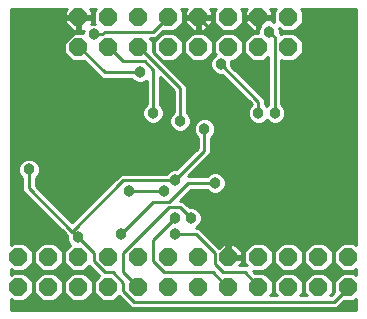
<source format=gbl>
G75*
%MOIN*%
%OFA0B0*%
%FSLAX25Y25*%
%IPPOS*%
%LPD*%
%AMOC8*
5,1,8,0,0,1.08239X$1,22.5*
%
%ADD10OC8,0.06000*%
%ADD11C,0.01000*%
%ADD12C,0.03800*%
D10*
X0146000Y0086000D03*
X0146000Y0096000D03*
X0156000Y0096000D03*
X0166000Y0096000D03*
X0166000Y0086000D03*
X0156000Y0086000D03*
X0176000Y0086000D03*
X0176000Y0096000D03*
X0186000Y0096000D03*
X0196000Y0096000D03*
X0196000Y0086000D03*
X0186000Y0086000D03*
X0206000Y0086000D03*
X0216000Y0086000D03*
X0216000Y0096000D03*
X0206000Y0096000D03*
X0226000Y0096000D03*
X0236000Y0096000D03*
X0236000Y0086000D03*
X0226000Y0086000D03*
X0246000Y0086000D03*
X0256000Y0086000D03*
X0256000Y0096000D03*
X0246000Y0096000D03*
X0236000Y0166000D03*
X0226000Y0166000D03*
X0226000Y0176000D03*
X0236000Y0176000D03*
X0216000Y0176000D03*
X0206000Y0176000D03*
X0206000Y0166000D03*
X0216000Y0166000D03*
X0196000Y0166000D03*
X0186000Y0166000D03*
X0186000Y0176000D03*
X0196000Y0176000D03*
X0176000Y0176000D03*
X0176000Y0166000D03*
X0166000Y0166000D03*
X0166000Y0176000D03*
D11*
X0143400Y0081953D02*
X0143400Y0078400D01*
X0258600Y0078400D01*
X0258600Y0081953D01*
X0257947Y0081300D01*
X0254511Y0081300D01*
X0252111Y0078900D01*
X0183689Y0078900D01*
X0182400Y0080189D01*
X0179618Y0082971D01*
X0177947Y0081300D01*
X0174053Y0081300D01*
X0171300Y0084053D01*
X0171300Y0087947D01*
X0172971Y0089618D01*
X0172500Y0090089D01*
X0169618Y0092971D01*
X0167947Y0091300D01*
X0164053Y0091300D01*
X0161300Y0094053D01*
X0161300Y0097947D01*
X0163331Y0099978D01*
X0162648Y0100661D01*
X0162100Y0101984D01*
X0162100Y0103189D01*
X0161700Y0103589D01*
X0147300Y0117989D01*
X0147300Y0122309D01*
X0146448Y0123161D01*
X0145900Y0124484D01*
X0145900Y0125916D01*
X0146448Y0127239D01*
X0147461Y0128252D01*
X0148784Y0128800D01*
X0150216Y0128800D01*
X0151539Y0128252D01*
X0152552Y0127239D01*
X0153100Y0125916D01*
X0153100Y0124484D01*
X0152552Y0123161D01*
X0151700Y0122309D01*
X0151700Y0119811D01*
X0163900Y0107611D01*
X0180089Y0123800D01*
X0195209Y0123800D01*
X0196061Y0124652D01*
X0197384Y0125200D01*
X0198589Y0125200D01*
X0205800Y0132411D01*
X0205800Y0135809D01*
X0204948Y0136661D01*
X0204400Y0137984D01*
X0204400Y0139416D01*
X0204948Y0140739D01*
X0205961Y0141752D01*
X0207284Y0142300D01*
X0208716Y0142300D01*
X0210039Y0141752D01*
X0211052Y0140739D01*
X0211600Y0139416D01*
X0211600Y0137984D01*
X0211052Y0136661D01*
X0210200Y0135809D01*
X0210200Y0130589D01*
X0202511Y0122900D01*
X0208709Y0122900D01*
X0209561Y0123752D01*
X0210884Y0124300D01*
X0212316Y0124300D01*
X0213639Y0123752D01*
X0214652Y0122739D01*
X0215200Y0121416D01*
X0215200Y0119984D01*
X0214652Y0118661D01*
X0213639Y0117648D01*
X0212316Y0117100D01*
X0210884Y0117100D01*
X0209561Y0117648D01*
X0208709Y0118500D01*
X0203511Y0118500D01*
X0199811Y0114800D01*
X0200811Y0114800D01*
X0202100Y0113511D01*
X0203011Y0112600D01*
X0204216Y0112600D01*
X0205539Y0112052D01*
X0206552Y0111039D01*
X0207100Y0109716D01*
X0207100Y0108284D01*
X0206552Y0106961D01*
X0205539Y0105948D01*
X0205182Y0105800D01*
X0206211Y0105800D01*
X0212511Y0099500D01*
X0212824Y0099188D01*
X0214136Y0100500D01*
X0215500Y0100500D01*
X0215500Y0096500D01*
X0216500Y0096500D01*
X0216500Y0100500D01*
X0217864Y0100500D01*
X0220500Y0097864D01*
X0220500Y0096500D01*
X0216500Y0096500D01*
X0216500Y0095500D01*
X0220500Y0095500D01*
X0220500Y0094136D01*
X0219564Y0093200D01*
X0222153Y0093200D01*
X0221300Y0094053D01*
X0221300Y0097947D01*
X0224053Y0100700D01*
X0227947Y0100700D01*
X0230700Y0097947D01*
X0230700Y0094053D01*
X0227947Y0091300D01*
X0224311Y0091300D01*
X0224911Y0090700D01*
X0227947Y0090700D01*
X0230700Y0087947D01*
X0230700Y0084053D01*
X0229947Y0083300D01*
X0232053Y0083300D01*
X0231300Y0084053D01*
X0231300Y0087947D01*
X0234053Y0090700D01*
X0237947Y0090700D01*
X0240700Y0087947D01*
X0240700Y0084053D01*
X0239947Y0083300D01*
X0242053Y0083300D01*
X0241300Y0084053D01*
X0241300Y0087947D01*
X0244053Y0090700D01*
X0247947Y0090700D01*
X0250700Y0087947D01*
X0250700Y0084053D01*
X0249947Y0083300D01*
X0250289Y0083300D01*
X0251300Y0084311D01*
X0251300Y0087947D01*
X0254053Y0090700D01*
X0257947Y0090700D01*
X0258600Y0090047D01*
X0258600Y0091953D01*
X0257947Y0091300D01*
X0254053Y0091300D01*
X0251300Y0094053D01*
X0251300Y0097947D01*
X0254053Y0100700D01*
X0257947Y0100700D01*
X0258600Y0100047D01*
X0258600Y0178600D01*
X0240047Y0178600D01*
X0240700Y0177947D01*
X0240700Y0174053D01*
X0237947Y0171300D01*
X0234053Y0171300D01*
X0232962Y0172392D01*
X0233200Y0171816D01*
X0233200Y0170611D01*
X0233582Y0170229D01*
X0234053Y0170700D01*
X0237947Y0170700D01*
X0240700Y0167947D01*
X0240700Y0164053D01*
X0237947Y0161300D01*
X0234053Y0161300D01*
X0233600Y0161753D01*
X0233600Y0146991D01*
X0234452Y0146139D01*
X0235000Y0144816D01*
X0235000Y0143384D01*
X0234452Y0142061D01*
X0233439Y0141048D01*
X0232116Y0140500D01*
X0230684Y0140500D01*
X0229361Y0141048D01*
X0228700Y0141709D01*
X0228039Y0141048D01*
X0226716Y0140500D01*
X0225284Y0140500D01*
X0223961Y0141048D01*
X0222948Y0142061D01*
X0222400Y0143384D01*
X0222400Y0144816D01*
X0222948Y0146139D01*
X0223699Y0146890D01*
X0213889Y0156700D01*
X0212684Y0156700D01*
X0211361Y0157248D01*
X0210348Y0158261D01*
X0209800Y0159584D01*
X0209800Y0161016D01*
X0210348Y0162339D01*
X0211361Y0163352D01*
X0211814Y0163540D01*
X0211300Y0164053D01*
X0211300Y0167947D01*
X0214053Y0170700D01*
X0217947Y0170700D01*
X0220700Y0167947D01*
X0220700Y0164053D01*
X0217947Y0161300D01*
X0216882Y0161300D01*
X0217000Y0161016D01*
X0217000Y0159811D01*
X0228200Y0148611D01*
X0228200Y0146991D01*
X0228700Y0146491D01*
X0229200Y0146991D01*
X0229200Y0162553D01*
X0227947Y0161300D01*
X0224053Y0161300D01*
X0221300Y0164053D01*
X0221300Y0167947D01*
X0224053Y0170700D01*
X0226000Y0170700D01*
X0226000Y0171816D01*
X0226500Y0173023D01*
X0226500Y0175500D01*
X0226500Y0176500D01*
X0230500Y0176500D01*
X0230500Y0177864D01*
X0229764Y0178600D01*
X0231953Y0178600D01*
X0231300Y0177947D01*
X0231300Y0174292D01*
X0230500Y0174624D01*
X0230500Y0175500D01*
X0226500Y0175500D01*
X0225500Y0175500D01*
X0225500Y0171500D01*
X0224136Y0171500D01*
X0221500Y0174136D01*
X0221500Y0175500D01*
X0225500Y0175500D01*
X0225500Y0176500D01*
X0221500Y0176500D01*
X0221500Y0177864D01*
X0222236Y0178600D01*
X0220047Y0178600D01*
X0220700Y0177947D01*
X0220700Y0174053D01*
X0217947Y0171300D01*
X0214053Y0171300D01*
X0211300Y0174053D01*
X0211300Y0177947D01*
X0211953Y0178600D01*
X0209764Y0178600D01*
X0210500Y0177864D01*
X0210500Y0176500D01*
X0206500Y0176500D01*
X0206500Y0175500D01*
X0210500Y0175500D01*
X0210500Y0174136D01*
X0207864Y0171500D01*
X0206500Y0171500D01*
X0206500Y0175500D01*
X0205500Y0175500D01*
X0205500Y0171500D01*
X0204136Y0171500D01*
X0201500Y0174136D01*
X0201500Y0175500D01*
X0205500Y0175500D01*
X0205500Y0176500D01*
X0201500Y0176500D01*
X0201500Y0177864D01*
X0202236Y0178600D01*
X0200047Y0178600D01*
X0200700Y0177947D01*
X0200700Y0174053D01*
X0197947Y0171300D01*
X0194211Y0171300D01*
X0191811Y0168900D01*
X0189747Y0168900D01*
X0190700Y0167947D01*
X0190700Y0164511D01*
X0202100Y0153111D01*
X0202100Y0144291D01*
X0202952Y0143439D01*
X0203500Y0142116D01*
X0203500Y0140684D01*
X0202952Y0139361D01*
X0201939Y0138348D01*
X0200616Y0137800D01*
X0199184Y0137800D01*
X0197861Y0138348D01*
X0196848Y0139361D01*
X0196300Y0140684D01*
X0196300Y0142116D01*
X0196848Y0143439D01*
X0197700Y0144291D01*
X0197700Y0151289D01*
X0193100Y0155889D01*
X0193100Y0146991D01*
X0193952Y0146139D01*
X0194500Y0144816D01*
X0194500Y0143384D01*
X0193952Y0142061D01*
X0192939Y0141048D01*
X0191616Y0140500D01*
X0190184Y0140500D01*
X0188861Y0141048D01*
X0187848Y0142061D01*
X0187300Y0143384D01*
X0187300Y0144816D01*
X0187848Y0146139D01*
X0188700Y0146991D01*
X0188700Y0154809D01*
X0188439Y0154548D01*
X0187116Y0154000D01*
X0185684Y0154000D01*
X0184361Y0154548D01*
X0183509Y0155400D01*
X0173789Y0155400D01*
X0167889Y0161300D01*
X0164053Y0161300D01*
X0161300Y0164053D01*
X0161300Y0167947D01*
X0164053Y0170700D01*
X0167500Y0170700D01*
X0167500Y0170916D01*
X0167742Y0171500D01*
X0166500Y0171500D01*
X0166500Y0175500D01*
X0166500Y0176500D01*
X0170500Y0176500D01*
X0170500Y0177864D01*
X0169764Y0178600D01*
X0171953Y0178600D01*
X0171300Y0177947D01*
X0171300Y0174053D01*
X0171553Y0173800D01*
X0170384Y0173800D01*
X0170008Y0173644D01*
X0170500Y0174136D01*
X0170500Y0175500D01*
X0166500Y0175500D01*
X0165500Y0175500D01*
X0165500Y0171500D01*
X0164136Y0171500D01*
X0161500Y0174136D01*
X0161500Y0175500D01*
X0165500Y0175500D01*
X0165500Y0176500D01*
X0161500Y0176500D01*
X0161500Y0177864D01*
X0162236Y0178600D01*
X0143400Y0178600D01*
X0143400Y0100047D01*
X0144053Y0100700D01*
X0147947Y0100700D01*
X0150700Y0097947D01*
X0150700Y0094053D01*
X0147947Y0091300D01*
X0144053Y0091300D01*
X0143400Y0091953D01*
X0143400Y0090047D01*
X0144053Y0090700D01*
X0147947Y0090700D01*
X0150700Y0087947D01*
X0150700Y0084053D01*
X0147947Y0081300D01*
X0144053Y0081300D01*
X0143400Y0081953D01*
X0143400Y0081879D02*
X0143474Y0081879D01*
X0143400Y0080881D02*
X0181708Y0080881D01*
X0182706Y0079882D02*
X0143400Y0079882D01*
X0143400Y0078884D02*
X0258600Y0078884D01*
X0258600Y0079882D02*
X0253094Y0079882D01*
X0254092Y0080881D02*
X0258600Y0080881D01*
X0258600Y0081879D02*
X0258526Y0081879D01*
X0255700Y0085600D02*
X0256000Y0086000D01*
X0255700Y0085600D02*
X0251200Y0081100D01*
X0184600Y0081100D01*
X0181000Y0084700D01*
X0181000Y0087400D01*
X0177400Y0091000D01*
X0174700Y0091000D01*
X0171100Y0094600D01*
X0171100Y0097300D01*
X0165700Y0102700D01*
X0163900Y0104500D01*
X0181000Y0121600D01*
X0198100Y0121600D01*
X0208000Y0131500D01*
X0208000Y0138700D01*
X0211600Y0138795D02*
X0258600Y0138795D01*
X0258600Y0139793D02*
X0211444Y0139793D01*
X0211000Y0140792D02*
X0224580Y0140792D01*
X0223219Y0141790D02*
X0209947Y0141790D01*
X0207100Y0143200D02*
X0213400Y0143200D01*
X0215200Y0141400D01*
X0215200Y0096400D01*
X0216000Y0096000D01*
X0216500Y0095859D02*
X0221300Y0095859D01*
X0221300Y0096857D02*
X0220500Y0096857D01*
X0220500Y0097856D02*
X0221300Y0097856D01*
X0222207Y0098854D02*
X0219510Y0098854D01*
X0218511Y0099853D02*
X0223206Y0099853D01*
X0228794Y0099853D02*
X0233206Y0099853D01*
X0234053Y0100700D02*
X0231300Y0097947D01*
X0231300Y0094053D01*
X0234053Y0091300D01*
X0237947Y0091300D01*
X0240700Y0094053D01*
X0240700Y0097947D01*
X0237947Y0100700D01*
X0234053Y0100700D01*
X0232207Y0098854D02*
X0229793Y0098854D01*
X0230700Y0097856D02*
X0231300Y0097856D01*
X0231300Y0096857D02*
X0230700Y0096857D01*
X0230700Y0095859D02*
X0231300Y0095859D01*
X0231300Y0094860D02*
X0230700Y0094860D01*
X0230508Y0093862D02*
X0231492Y0093862D01*
X0232490Y0092863D02*
X0229510Y0092863D01*
X0228511Y0091865D02*
X0233489Y0091865D01*
X0233221Y0089868D02*
X0228779Y0089868D01*
X0229778Y0088869D02*
X0232222Y0088869D01*
X0231300Y0087870D02*
X0230700Y0087870D01*
X0230700Y0086872D02*
X0231300Y0086872D01*
X0231300Y0085873D02*
X0230700Y0085873D01*
X0230700Y0084875D02*
X0231300Y0084875D01*
X0231477Y0083876D02*
X0230523Y0083876D01*
X0226000Y0086000D02*
X0226000Y0086500D01*
X0221500Y0091000D01*
X0214300Y0091000D01*
X0211600Y0093700D01*
X0211600Y0097300D01*
X0205300Y0103600D01*
X0198100Y0103600D01*
X0205287Y0105844D02*
X0258600Y0105844D01*
X0258600Y0106842D02*
X0206433Y0106842D01*
X0206916Y0107841D02*
X0258600Y0107841D01*
X0258600Y0108839D02*
X0207100Y0108839D01*
X0207050Y0109838D02*
X0258600Y0109838D01*
X0258600Y0110836D02*
X0206636Y0110836D01*
X0205756Y0111835D02*
X0258600Y0111835D01*
X0258600Y0112833D02*
X0202778Y0112833D01*
X0201779Y0113832D02*
X0258600Y0113832D01*
X0258600Y0114830D02*
X0199842Y0114830D01*
X0200840Y0115829D02*
X0258600Y0115829D01*
X0258600Y0116827D02*
X0201839Y0116827D01*
X0202837Y0117826D02*
X0209383Y0117826D01*
X0211600Y0120700D02*
X0202600Y0120700D01*
X0196300Y0114400D01*
X0190900Y0114400D01*
X0180100Y0103600D01*
X0181000Y0097300D02*
X0181000Y0091000D01*
X0186000Y0086000D01*
X0180709Y0081879D02*
X0178526Y0081879D01*
X0179525Y0082878D02*
X0179711Y0082878D01*
X0173474Y0081879D02*
X0168526Y0081879D01*
X0167947Y0081300D02*
X0170700Y0084053D01*
X0170700Y0087947D01*
X0167947Y0090700D01*
X0164053Y0090700D01*
X0161300Y0087947D01*
X0161300Y0084053D01*
X0164053Y0081300D01*
X0167947Y0081300D01*
X0169525Y0082878D02*
X0172475Y0082878D01*
X0171477Y0083876D02*
X0170523Y0083876D01*
X0170700Y0084875D02*
X0171300Y0084875D01*
X0171300Y0085873D02*
X0170700Y0085873D01*
X0170700Y0086872D02*
X0171300Y0086872D01*
X0171300Y0087870D02*
X0170700Y0087870D01*
X0169778Y0088869D02*
X0172222Y0088869D01*
X0172721Y0089868D02*
X0168779Y0089868D01*
X0168511Y0091865D02*
X0170724Y0091865D01*
X0169726Y0092863D02*
X0169510Y0092863D01*
X0171723Y0090866D02*
X0143400Y0090866D01*
X0143400Y0091865D02*
X0143489Y0091865D01*
X0148511Y0091865D02*
X0153489Y0091865D01*
X0154053Y0091300D02*
X0157947Y0091300D01*
X0160700Y0094053D01*
X0160700Y0097947D01*
X0157947Y0100700D01*
X0154053Y0100700D01*
X0151300Y0097947D01*
X0151300Y0094053D01*
X0154053Y0091300D01*
X0154053Y0090700D02*
X0151300Y0087947D01*
X0151300Y0084053D01*
X0154053Y0081300D01*
X0157947Y0081300D01*
X0160700Y0084053D01*
X0160700Y0087947D01*
X0157947Y0090700D01*
X0154053Y0090700D01*
X0153221Y0089868D02*
X0148779Y0089868D01*
X0149778Y0088869D02*
X0152222Y0088869D01*
X0151300Y0087870D02*
X0150700Y0087870D01*
X0150700Y0086872D02*
X0151300Y0086872D01*
X0151300Y0085873D02*
X0150700Y0085873D01*
X0150700Y0084875D02*
X0151300Y0084875D01*
X0151477Y0083876D02*
X0150523Y0083876D01*
X0149525Y0082878D02*
X0152475Y0082878D01*
X0153474Y0081879D02*
X0148526Y0081879D01*
X0158526Y0081879D02*
X0163474Y0081879D01*
X0162475Y0082878D02*
X0159525Y0082878D01*
X0160523Y0083876D02*
X0161477Y0083876D01*
X0161300Y0084875D02*
X0160700Y0084875D01*
X0160700Y0085873D02*
X0161300Y0085873D01*
X0161300Y0086872D02*
X0160700Y0086872D01*
X0160700Y0087870D02*
X0161300Y0087870D01*
X0162222Y0088869D02*
X0159778Y0088869D01*
X0158779Y0089868D02*
X0163221Y0089868D01*
X0163489Y0091865D02*
X0158511Y0091865D01*
X0159510Y0092863D02*
X0162490Y0092863D01*
X0161492Y0093862D02*
X0160508Y0093862D01*
X0160700Y0094860D02*
X0161300Y0094860D01*
X0161300Y0095859D02*
X0160700Y0095859D01*
X0160700Y0096857D02*
X0161300Y0096857D01*
X0161300Y0097856D02*
X0160700Y0097856D01*
X0159793Y0098854D02*
X0162207Y0098854D01*
X0163206Y0099853D02*
X0158794Y0099853D01*
X0162569Y0100851D02*
X0143400Y0100851D01*
X0143400Y0101850D02*
X0162156Y0101850D01*
X0162100Y0102848D02*
X0143400Y0102848D01*
X0143400Y0103847D02*
X0161442Y0103847D01*
X0160444Y0104845D02*
X0143400Y0104845D01*
X0143400Y0105844D02*
X0159445Y0105844D01*
X0158447Y0106842D02*
X0143400Y0106842D01*
X0143400Y0107841D02*
X0157448Y0107841D01*
X0156449Y0108839D02*
X0143400Y0108839D01*
X0143400Y0109838D02*
X0155451Y0109838D01*
X0154452Y0110836D02*
X0143400Y0110836D01*
X0143400Y0111835D02*
X0153454Y0111835D01*
X0152455Y0112833D02*
X0143400Y0112833D01*
X0143400Y0113832D02*
X0151457Y0113832D01*
X0150458Y0114830D02*
X0143400Y0114830D01*
X0143400Y0115829D02*
X0149460Y0115829D01*
X0148461Y0116827D02*
X0143400Y0116827D01*
X0143400Y0117826D02*
X0147463Y0117826D01*
X0147300Y0118824D02*
X0143400Y0118824D01*
X0143400Y0119823D02*
X0147300Y0119823D01*
X0147300Y0120821D02*
X0143400Y0120821D01*
X0143400Y0121820D02*
X0147300Y0121820D01*
X0146790Y0122818D02*
X0143400Y0122818D01*
X0143400Y0123817D02*
X0146176Y0123817D01*
X0145900Y0124815D02*
X0143400Y0124815D01*
X0143400Y0125814D02*
X0145900Y0125814D01*
X0146271Y0126812D02*
X0143400Y0126812D01*
X0143400Y0127811D02*
X0147020Y0127811D01*
X0149500Y0125200D02*
X0149500Y0118900D01*
X0163900Y0104500D01*
X0163671Y0107841D02*
X0164129Y0107841D01*
X0165128Y0108839D02*
X0162672Y0108839D01*
X0161674Y0109838D02*
X0166126Y0109838D01*
X0167125Y0110836D02*
X0160675Y0110836D01*
X0159677Y0111835D02*
X0168123Y0111835D01*
X0169122Y0112833D02*
X0158678Y0112833D01*
X0157679Y0113832D02*
X0170121Y0113832D01*
X0171119Y0114830D02*
X0156681Y0114830D01*
X0155682Y0115829D02*
X0172118Y0115829D01*
X0173116Y0116827D02*
X0154684Y0116827D01*
X0153685Y0117826D02*
X0174115Y0117826D01*
X0175113Y0118824D02*
X0152687Y0118824D01*
X0151700Y0119823D02*
X0176112Y0119823D01*
X0177110Y0120821D02*
X0151700Y0120821D01*
X0151700Y0121820D02*
X0178109Y0121820D01*
X0179107Y0122818D02*
X0152210Y0122818D01*
X0152824Y0123817D02*
X0195226Y0123817D01*
X0196455Y0124815D02*
X0153100Y0124815D01*
X0153100Y0125814D02*
X0199203Y0125814D01*
X0200201Y0126812D02*
X0152729Y0126812D01*
X0151980Y0127811D02*
X0201200Y0127811D01*
X0202198Y0128809D02*
X0143400Y0128809D01*
X0143400Y0129808D02*
X0203197Y0129808D01*
X0204195Y0130806D02*
X0143400Y0130806D01*
X0143400Y0131805D02*
X0205194Y0131805D01*
X0205800Y0132803D02*
X0143400Y0132803D01*
X0143400Y0133802D02*
X0205800Y0133802D01*
X0205800Y0134801D02*
X0143400Y0134801D01*
X0143400Y0135799D02*
X0205800Y0135799D01*
X0204891Y0136798D02*
X0143400Y0136798D01*
X0143400Y0137796D02*
X0204478Y0137796D01*
X0204400Y0138795D02*
X0202386Y0138795D01*
X0201700Y0137800D02*
X0207100Y0143200D01*
X0206053Y0141790D02*
X0203500Y0141790D01*
X0203500Y0140792D02*
X0205000Y0140792D01*
X0204556Y0139793D02*
X0203131Y0139793D01*
X0201700Y0137800D02*
X0187300Y0137800D01*
X0185500Y0136000D01*
X0185500Y0125200D01*
X0182800Y0118000D02*
X0194500Y0118000D01*
X0196300Y0112600D02*
X0181000Y0097300D01*
X0190900Y0094600D02*
X0194500Y0091000D01*
X0210700Y0091000D01*
X0215200Y0086500D01*
X0216000Y0086000D01*
X0220225Y0093862D02*
X0221492Y0093862D01*
X0221300Y0094860D02*
X0220500Y0094860D01*
X0216500Y0096857D02*
X0215500Y0096857D01*
X0215500Y0096500D02*
X0213800Y0096500D01*
X0213800Y0095500D01*
X0215500Y0095500D01*
X0215500Y0096500D01*
X0215500Y0095859D02*
X0213800Y0095859D01*
X0215500Y0097856D02*
X0216500Y0097856D01*
X0216500Y0098854D02*
X0215500Y0098854D01*
X0215500Y0099853D02*
X0216500Y0099853D01*
X0213489Y0099853D02*
X0212159Y0099853D01*
X0211160Y0100851D02*
X0258600Y0100851D01*
X0258600Y0101850D02*
X0210162Y0101850D01*
X0209163Y0102848D02*
X0258600Y0102848D01*
X0258600Y0103847D02*
X0208165Y0103847D01*
X0207166Y0104845D02*
X0258600Y0104845D01*
X0253206Y0099853D02*
X0248794Y0099853D01*
X0247947Y0100700D02*
X0244053Y0100700D01*
X0241300Y0097947D01*
X0241300Y0094053D01*
X0244053Y0091300D01*
X0247947Y0091300D01*
X0250700Y0094053D01*
X0250700Y0097947D01*
X0247947Y0100700D01*
X0249793Y0098854D02*
X0252207Y0098854D01*
X0251300Y0097856D02*
X0250700Y0097856D01*
X0250700Y0096857D02*
X0251300Y0096857D01*
X0251300Y0095859D02*
X0250700Y0095859D01*
X0250700Y0094860D02*
X0251300Y0094860D01*
X0251492Y0093862D02*
X0250508Y0093862D01*
X0249510Y0092863D02*
X0252490Y0092863D01*
X0253489Y0091865D02*
X0248511Y0091865D01*
X0248779Y0089868D02*
X0253221Y0089868D01*
X0252222Y0088869D02*
X0249778Y0088869D01*
X0250700Y0087870D02*
X0251300Y0087870D01*
X0251300Y0086872D02*
X0250700Y0086872D01*
X0250700Y0085873D02*
X0251300Y0085873D01*
X0251300Y0084875D02*
X0250700Y0084875D01*
X0250865Y0083876D02*
X0250523Y0083876D01*
X0241477Y0083876D02*
X0240523Y0083876D01*
X0240700Y0084875D02*
X0241300Y0084875D01*
X0241300Y0085873D02*
X0240700Y0085873D01*
X0240700Y0086872D02*
X0241300Y0086872D01*
X0241300Y0087870D02*
X0240700Y0087870D01*
X0239778Y0088869D02*
X0242222Y0088869D01*
X0243221Y0089868D02*
X0238779Y0089868D01*
X0238511Y0091865D02*
X0243489Y0091865D01*
X0242490Y0092863D02*
X0239510Y0092863D01*
X0240508Y0093862D02*
X0241492Y0093862D01*
X0241300Y0094860D02*
X0240700Y0094860D01*
X0240700Y0095859D02*
X0241300Y0095859D01*
X0241300Y0096857D02*
X0240700Y0096857D01*
X0240700Y0097856D02*
X0241300Y0097856D01*
X0242207Y0098854D02*
X0239793Y0098854D01*
X0238794Y0099853D02*
X0243206Y0099853D01*
X0258511Y0091865D02*
X0258600Y0091865D01*
X0258600Y0090866D02*
X0224745Y0090866D01*
X0203500Y0109000D02*
X0199900Y0112600D01*
X0196300Y0112600D01*
X0198100Y0109000D02*
X0190900Y0101800D01*
X0190900Y0094600D01*
X0213817Y0117826D02*
X0258600Y0117826D01*
X0258600Y0118824D02*
X0214720Y0118824D01*
X0215133Y0119823D02*
X0258600Y0119823D01*
X0258600Y0120821D02*
X0215200Y0120821D01*
X0215033Y0121820D02*
X0258600Y0121820D01*
X0258600Y0122818D02*
X0214573Y0122818D01*
X0213482Y0123817D02*
X0258600Y0123817D01*
X0258600Y0124815D02*
X0204427Y0124815D01*
X0203428Y0123817D02*
X0209718Y0123817D01*
X0206424Y0126812D02*
X0258600Y0126812D01*
X0258600Y0125814D02*
X0205425Y0125814D01*
X0207422Y0127811D02*
X0258600Y0127811D01*
X0258600Y0128809D02*
X0208421Y0128809D01*
X0209419Y0129808D02*
X0258600Y0129808D01*
X0258600Y0130806D02*
X0210200Y0130806D01*
X0210200Y0131805D02*
X0258600Y0131805D01*
X0258600Y0132803D02*
X0210200Y0132803D01*
X0210200Y0133802D02*
X0258600Y0133802D01*
X0258600Y0134801D02*
X0210200Y0134801D01*
X0210200Y0135799D02*
X0258600Y0135799D01*
X0258600Y0136798D02*
X0211109Y0136798D01*
X0211522Y0137796D02*
X0258600Y0137796D01*
X0258600Y0140792D02*
X0232820Y0140792D01*
X0234181Y0141790D02*
X0258600Y0141790D01*
X0258600Y0142789D02*
X0234753Y0142789D01*
X0235000Y0143787D02*
X0258600Y0143787D01*
X0258600Y0144786D02*
X0235000Y0144786D01*
X0234599Y0145784D02*
X0258600Y0145784D01*
X0258600Y0146783D02*
X0233809Y0146783D01*
X0233600Y0147781D02*
X0258600Y0147781D01*
X0258600Y0148780D02*
X0233600Y0148780D01*
X0233600Y0149778D02*
X0258600Y0149778D01*
X0258600Y0150777D02*
X0233600Y0150777D01*
X0233600Y0151775D02*
X0258600Y0151775D01*
X0258600Y0152774D02*
X0233600Y0152774D01*
X0233600Y0153772D02*
X0258600Y0153772D01*
X0258600Y0154771D02*
X0233600Y0154771D01*
X0233600Y0155769D02*
X0258600Y0155769D01*
X0258600Y0156768D02*
X0233600Y0156768D01*
X0233600Y0157766D02*
X0258600Y0157766D01*
X0258600Y0158765D02*
X0233600Y0158765D01*
X0233600Y0159763D02*
X0258600Y0159763D01*
X0258600Y0160762D02*
X0233600Y0160762D01*
X0238407Y0161760D02*
X0258600Y0161760D01*
X0258600Y0162759D02*
X0239406Y0162759D01*
X0240404Y0163757D02*
X0258600Y0163757D01*
X0258600Y0164756D02*
X0240700Y0164756D01*
X0240700Y0165754D02*
X0258600Y0165754D01*
X0258600Y0166753D02*
X0240700Y0166753D01*
X0240700Y0167751D02*
X0258600Y0167751D01*
X0258600Y0168750D02*
X0239897Y0168750D01*
X0238898Y0169748D02*
X0258600Y0169748D01*
X0258600Y0170747D02*
X0233200Y0170747D01*
X0233200Y0171745D02*
X0233608Y0171745D01*
X0231400Y0169300D02*
X0229600Y0171100D01*
X0231400Y0169300D02*
X0231400Y0144100D01*
X0229980Y0140792D02*
X0227420Y0140792D01*
X0226000Y0144100D02*
X0226000Y0147700D01*
X0213400Y0160300D01*
X0210843Y0157766D02*
X0197445Y0157766D01*
X0198443Y0156768D02*
X0212520Y0156768D01*
X0213400Y0154900D02*
X0209800Y0158500D01*
X0209800Y0163000D01*
X0210700Y0163900D01*
X0210700Y0171100D01*
X0217900Y0171100D01*
X0222400Y0175600D01*
X0226000Y0175600D01*
X0226000Y0176000D01*
X0226500Y0175739D02*
X0231300Y0175739D01*
X0231300Y0174741D02*
X0230500Y0174741D01*
X0230500Y0176738D02*
X0231300Y0176738D01*
X0231300Y0177737D02*
X0230500Y0177737D01*
X0226500Y0174741D02*
X0225500Y0174741D01*
X0225500Y0175739D02*
X0220700Y0175739D01*
X0220700Y0174741D02*
X0221500Y0174741D01*
X0221894Y0173742D02*
X0220389Y0173742D01*
X0219391Y0172744D02*
X0222892Y0172744D01*
X0223891Y0171745D02*
X0218392Y0171745D01*
X0218898Y0169748D02*
X0223102Y0169748D01*
X0222103Y0168750D02*
X0219897Y0168750D01*
X0220700Y0167751D02*
X0221300Y0167751D01*
X0221300Y0166753D02*
X0220700Y0166753D01*
X0220700Y0165754D02*
X0221300Y0165754D01*
X0221300Y0164756D02*
X0220700Y0164756D01*
X0220404Y0163757D02*
X0221596Y0163757D01*
X0222594Y0162759D02*
X0219406Y0162759D01*
X0218407Y0161760D02*
X0223593Y0161760D01*
X0228407Y0161760D02*
X0229200Y0161760D01*
X0229200Y0160762D02*
X0217000Y0160762D01*
X0217048Y0159763D02*
X0229200Y0159763D01*
X0229200Y0158765D02*
X0218046Y0158765D01*
X0219045Y0157766D02*
X0229200Y0157766D01*
X0229200Y0156768D02*
X0220043Y0156768D01*
X0221042Y0155769D02*
X0229200Y0155769D01*
X0229200Y0154771D02*
X0222041Y0154771D01*
X0223039Y0153772D02*
X0229200Y0153772D01*
X0229200Y0152774D02*
X0224038Y0152774D01*
X0225036Y0151775D02*
X0229200Y0151775D01*
X0229200Y0150777D02*
X0226035Y0150777D01*
X0227033Y0149778D02*
X0229200Y0149778D01*
X0229200Y0148780D02*
X0228032Y0148780D01*
X0228200Y0147781D02*
X0229200Y0147781D01*
X0228991Y0146783D02*
X0228409Y0146783D01*
X0223591Y0146783D02*
X0202100Y0146783D01*
X0202100Y0147781D02*
X0222808Y0147781D01*
X0221809Y0148780D02*
X0202100Y0148780D01*
X0202100Y0149778D02*
X0220811Y0149778D01*
X0219812Y0150777D02*
X0202100Y0150777D01*
X0202100Y0151775D02*
X0218814Y0151775D01*
X0217815Y0152774D02*
X0202100Y0152774D01*
X0201439Y0153772D02*
X0216816Y0153772D01*
X0215818Y0154771D02*
X0200441Y0154771D01*
X0199442Y0155769D02*
X0214819Y0155769D01*
X0213400Y0154900D02*
X0213400Y0143200D01*
X0222400Y0143787D02*
X0202604Y0143787D01*
X0202100Y0144786D02*
X0222400Y0144786D01*
X0222801Y0145784D02*
X0202100Y0145784D01*
X0203221Y0142789D02*
X0222647Y0142789D01*
X0210139Y0158765D02*
X0196446Y0158765D01*
X0195448Y0159763D02*
X0209800Y0159763D01*
X0209800Y0160762D02*
X0194449Y0160762D01*
X0194053Y0161300D02*
X0197947Y0161300D01*
X0200700Y0164053D01*
X0200700Y0167947D01*
X0197947Y0170700D01*
X0194053Y0170700D01*
X0191300Y0167947D01*
X0191300Y0164053D01*
X0194053Y0161300D01*
X0193593Y0161760D02*
X0193451Y0161760D01*
X0192594Y0162759D02*
X0192452Y0162759D01*
X0191596Y0163757D02*
X0191454Y0163757D01*
X0191300Y0164756D02*
X0190700Y0164756D01*
X0190700Y0165754D02*
X0191300Y0165754D01*
X0191300Y0166753D02*
X0190700Y0166753D01*
X0190700Y0167751D02*
X0191300Y0167751D01*
X0192103Y0168750D02*
X0189897Y0168750D01*
X0190900Y0171100D02*
X0195400Y0175600D01*
X0196000Y0176000D01*
X0199391Y0172744D02*
X0202892Y0172744D01*
X0201894Y0173742D02*
X0200389Y0173742D01*
X0200700Y0174741D02*
X0201500Y0174741D01*
X0200700Y0175739D02*
X0205500Y0175739D01*
X0206000Y0176000D02*
X0206200Y0175600D01*
X0210700Y0171100D01*
X0208898Y0169748D02*
X0213102Y0169748D01*
X0212103Y0168750D02*
X0209897Y0168750D01*
X0210700Y0167947D02*
X0207947Y0170700D01*
X0204053Y0170700D01*
X0201300Y0167947D01*
X0201300Y0164053D01*
X0204053Y0161300D01*
X0207947Y0161300D01*
X0210700Y0164053D01*
X0210700Y0167947D01*
X0210700Y0167751D02*
X0211300Y0167751D01*
X0211300Y0166753D02*
X0210700Y0166753D01*
X0210700Y0165754D02*
X0211300Y0165754D01*
X0211300Y0164756D02*
X0210700Y0164756D01*
X0210404Y0163757D02*
X0211596Y0163757D01*
X0210768Y0162759D02*
X0209406Y0162759D01*
X0210108Y0161760D02*
X0208407Y0161760D01*
X0203593Y0161760D02*
X0198407Y0161760D01*
X0199406Y0162759D02*
X0202594Y0162759D01*
X0201596Y0163757D02*
X0200404Y0163757D01*
X0200700Y0164756D02*
X0201300Y0164756D01*
X0201300Y0165754D02*
X0200700Y0165754D01*
X0200700Y0166753D02*
X0201300Y0166753D01*
X0201300Y0167751D02*
X0200700Y0167751D01*
X0199897Y0168750D02*
X0202103Y0168750D01*
X0203102Y0169748D02*
X0198898Y0169748D01*
X0198392Y0171745D02*
X0203891Y0171745D01*
X0205500Y0171745D02*
X0206500Y0171745D01*
X0206500Y0172744D02*
X0205500Y0172744D01*
X0205500Y0173742D02*
X0206500Y0173742D01*
X0206500Y0174741D02*
X0205500Y0174741D01*
X0206500Y0175739D02*
X0211300Y0175739D01*
X0211300Y0174741D02*
X0210500Y0174741D01*
X0210106Y0173742D02*
X0211611Y0173742D01*
X0212609Y0172744D02*
X0209108Y0172744D01*
X0208109Y0171745D02*
X0213608Y0171745D01*
X0211300Y0176738D02*
X0210500Y0176738D01*
X0210500Y0177737D02*
X0211300Y0177737D01*
X0220700Y0177737D02*
X0221500Y0177737D01*
X0221500Y0176738D02*
X0220700Y0176738D01*
X0225500Y0173742D02*
X0226500Y0173742D01*
X0226384Y0172744D02*
X0225500Y0172744D01*
X0225500Y0171745D02*
X0226000Y0171745D01*
X0226000Y0170747D02*
X0193658Y0170747D01*
X0193102Y0169748D02*
X0192660Y0169748D01*
X0190900Y0171100D02*
X0174700Y0171100D01*
X0173800Y0170200D01*
X0171100Y0170200D01*
X0167500Y0170747D02*
X0143400Y0170747D01*
X0143400Y0171745D02*
X0163891Y0171745D01*
X0162892Y0172744D02*
X0143400Y0172744D01*
X0143400Y0173742D02*
X0161894Y0173742D01*
X0161500Y0174741D02*
X0143400Y0174741D01*
X0143400Y0175739D02*
X0165500Y0175739D01*
X0165700Y0175600D02*
X0166000Y0176000D01*
X0165700Y0175600D02*
X0165700Y0172000D01*
X0161200Y0167500D01*
X0161200Y0163900D01*
X0187300Y0137800D01*
X0189480Y0140792D02*
X0143400Y0140792D01*
X0143400Y0141790D02*
X0188119Y0141790D01*
X0187547Y0142789D02*
X0143400Y0142789D01*
X0143400Y0143787D02*
X0187300Y0143787D01*
X0187300Y0144786D02*
X0143400Y0144786D01*
X0143400Y0145784D02*
X0187701Y0145784D01*
X0188491Y0146783D02*
X0143400Y0146783D01*
X0143400Y0147781D02*
X0188700Y0147781D01*
X0188700Y0148780D02*
X0143400Y0148780D01*
X0143400Y0149778D02*
X0188700Y0149778D01*
X0188700Y0150777D02*
X0143400Y0150777D01*
X0143400Y0151775D02*
X0188700Y0151775D01*
X0188700Y0152774D02*
X0143400Y0152774D01*
X0143400Y0153772D02*
X0188700Y0153772D01*
X0188662Y0154771D02*
X0188700Y0154771D01*
X0186400Y0157600D02*
X0174700Y0157600D01*
X0166600Y0165700D01*
X0166000Y0166000D01*
X0162594Y0162759D02*
X0143400Y0162759D01*
X0143400Y0163757D02*
X0161596Y0163757D01*
X0161300Y0164756D02*
X0143400Y0164756D01*
X0143400Y0165754D02*
X0161300Y0165754D01*
X0161300Y0166753D02*
X0143400Y0166753D01*
X0143400Y0167751D02*
X0161300Y0167751D01*
X0162103Y0168750D02*
X0143400Y0168750D01*
X0143400Y0169748D02*
X0163102Y0169748D01*
X0165500Y0171745D02*
X0166500Y0171745D01*
X0166500Y0172744D02*
X0165500Y0172744D01*
X0165500Y0173742D02*
X0166500Y0173742D01*
X0166500Y0174741D02*
X0165500Y0174741D01*
X0166500Y0175739D02*
X0171300Y0175739D01*
X0171300Y0174741D02*
X0170500Y0174741D01*
X0170245Y0173742D02*
X0170106Y0173742D01*
X0170500Y0176738D02*
X0171300Y0176738D01*
X0171300Y0177737D02*
X0170500Y0177737D01*
X0161500Y0177737D02*
X0143400Y0177737D01*
X0143400Y0176738D02*
X0161500Y0176738D01*
X0163593Y0161760D02*
X0143400Y0161760D01*
X0143400Y0160762D02*
X0168427Y0160762D01*
X0169425Y0159763D02*
X0143400Y0159763D01*
X0143400Y0158765D02*
X0170424Y0158765D01*
X0171422Y0157766D02*
X0143400Y0157766D01*
X0143400Y0156768D02*
X0172421Y0156768D01*
X0173419Y0155769D02*
X0143400Y0155769D01*
X0143400Y0154771D02*
X0184138Y0154771D01*
X0181000Y0161200D02*
X0176500Y0165700D01*
X0176000Y0166000D01*
X0181000Y0161200D02*
X0188200Y0161200D01*
X0190900Y0158500D01*
X0190900Y0144100D01*
X0192320Y0140792D02*
X0196300Y0140792D01*
X0196300Y0141790D02*
X0193681Y0141790D01*
X0194253Y0142789D02*
X0196579Y0142789D01*
X0197196Y0143787D02*
X0194500Y0143787D01*
X0194500Y0144786D02*
X0197700Y0144786D01*
X0197700Y0145784D02*
X0194099Y0145784D01*
X0193309Y0146783D02*
X0197700Y0146783D01*
X0197700Y0147781D02*
X0193100Y0147781D01*
X0193100Y0148780D02*
X0197700Y0148780D01*
X0197700Y0149778D02*
X0193100Y0149778D01*
X0193100Y0150777D02*
X0197700Y0150777D01*
X0197214Y0151775D02*
X0193100Y0151775D01*
X0193100Y0152774D02*
X0196215Y0152774D01*
X0195216Y0153772D02*
X0193100Y0153772D01*
X0193100Y0154771D02*
X0194218Y0154771D01*
X0193219Y0155769D02*
X0193100Y0155769D01*
X0199900Y0152200D02*
X0186400Y0165700D01*
X0186000Y0166000D01*
X0200700Y0176738D02*
X0201500Y0176738D01*
X0201500Y0177737D02*
X0200700Y0177737D01*
X0199900Y0152200D02*
X0199900Y0141400D01*
X0197414Y0138795D02*
X0143400Y0138795D01*
X0143400Y0139793D02*
X0196669Y0139793D01*
X0238392Y0171745D02*
X0258600Y0171745D01*
X0258600Y0172744D02*
X0239391Y0172744D01*
X0240389Y0173742D02*
X0258600Y0173742D01*
X0258600Y0174741D02*
X0240700Y0174741D01*
X0240700Y0175739D02*
X0258600Y0175739D01*
X0258600Y0176738D02*
X0240700Y0176738D01*
X0240700Y0177737D02*
X0258600Y0177737D01*
X0153206Y0099853D02*
X0148794Y0099853D01*
X0149793Y0098854D02*
X0152207Y0098854D01*
X0151300Y0097856D02*
X0150700Y0097856D01*
X0150700Y0096857D02*
X0151300Y0096857D01*
X0151300Y0095859D02*
X0150700Y0095859D01*
X0150700Y0094860D02*
X0151300Y0094860D01*
X0151492Y0093862D02*
X0150508Y0093862D01*
X0149510Y0092863D02*
X0152490Y0092863D01*
D12*
X0165700Y0102700D03*
X0180100Y0103600D03*
X0182800Y0118000D03*
X0185500Y0125200D03*
X0194500Y0118000D03*
X0198100Y0121600D03*
X0211600Y0120700D03*
X0203500Y0109000D03*
X0198100Y0109000D03*
X0198100Y0103600D03*
X0208000Y0138700D03*
X0213400Y0143200D03*
X0199900Y0141400D03*
X0190900Y0144100D03*
X0186400Y0157600D03*
X0171100Y0170200D03*
X0213400Y0160300D03*
X0229600Y0171100D03*
X0231400Y0144100D03*
X0226000Y0144100D03*
X0149500Y0125200D03*
M02*

</source>
